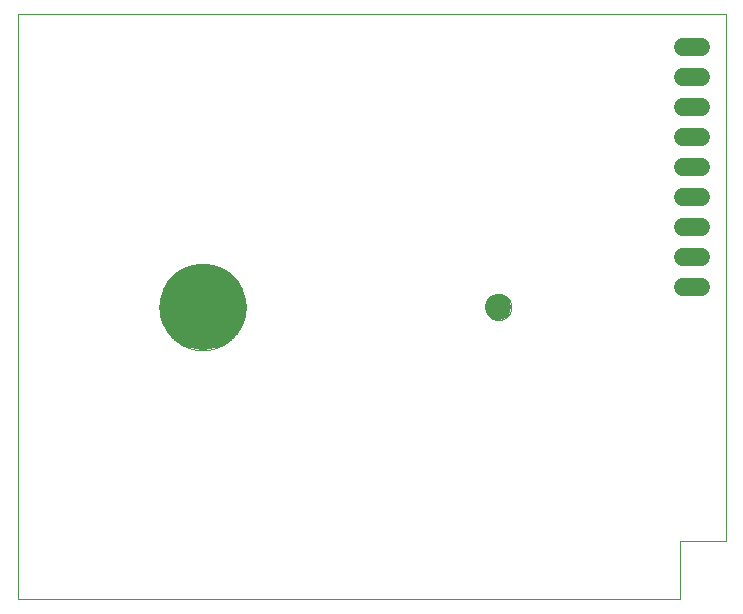
<source format=gbs>
G75*
%MOIN*%
%OFA0B0*%
%FSLAX25Y25*%
%IPPOS*%
%LPD*%
%AMOC8*
5,1,8,0,0,1.08239X$1,22.5*
%
%ADD10C,0.00000*%
%ADD11C,0.28740*%
%ADD12C,0.08661*%
%ADD13C,0.06000*%
D10*
X0001000Y0001000D02*
X0001000Y0196000D01*
X0237000Y0196000D01*
X0237000Y0020500D01*
X0221900Y0020500D01*
X0221900Y0001000D01*
X0001000Y0001000D01*
X0048244Y0098441D02*
X0048248Y0098794D01*
X0048261Y0099146D01*
X0048283Y0099498D01*
X0048313Y0099850D01*
X0048352Y0100200D01*
X0048400Y0100550D01*
X0048456Y0100898D01*
X0048520Y0101244D01*
X0048593Y0101589D01*
X0048675Y0101933D01*
X0048765Y0102274D01*
X0048863Y0102612D01*
X0048969Y0102949D01*
X0049084Y0103282D01*
X0049207Y0103613D01*
X0049338Y0103940D01*
X0049477Y0104264D01*
X0049624Y0104585D01*
X0049778Y0104902D01*
X0049941Y0105215D01*
X0050111Y0105524D01*
X0050288Y0105829D01*
X0050473Y0106129D01*
X0050666Y0106425D01*
X0050865Y0106715D01*
X0051072Y0107001D01*
X0051285Y0107282D01*
X0051506Y0107557D01*
X0051733Y0107827D01*
X0051967Y0108091D01*
X0052207Y0108350D01*
X0052453Y0108602D01*
X0052705Y0108848D01*
X0052964Y0109088D01*
X0053228Y0109322D01*
X0053498Y0109549D01*
X0053773Y0109770D01*
X0054054Y0109983D01*
X0054340Y0110190D01*
X0054630Y0110389D01*
X0054926Y0110582D01*
X0055226Y0110767D01*
X0055531Y0110944D01*
X0055840Y0111114D01*
X0056153Y0111277D01*
X0056470Y0111431D01*
X0056791Y0111578D01*
X0057115Y0111717D01*
X0057442Y0111848D01*
X0057773Y0111971D01*
X0058106Y0112086D01*
X0058443Y0112192D01*
X0058781Y0112290D01*
X0059122Y0112380D01*
X0059466Y0112462D01*
X0059811Y0112535D01*
X0060157Y0112599D01*
X0060505Y0112655D01*
X0060855Y0112703D01*
X0061205Y0112742D01*
X0061557Y0112772D01*
X0061909Y0112794D01*
X0062261Y0112807D01*
X0062614Y0112811D01*
X0062967Y0112807D01*
X0063319Y0112794D01*
X0063671Y0112772D01*
X0064023Y0112742D01*
X0064373Y0112703D01*
X0064723Y0112655D01*
X0065071Y0112599D01*
X0065417Y0112535D01*
X0065762Y0112462D01*
X0066106Y0112380D01*
X0066447Y0112290D01*
X0066785Y0112192D01*
X0067122Y0112086D01*
X0067455Y0111971D01*
X0067786Y0111848D01*
X0068113Y0111717D01*
X0068437Y0111578D01*
X0068758Y0111431D01*
X0069075Y0111277D01*
X0069388Y0111114D01*
X0069697Y0110944D01*
X0070002Y0110767D01*
X0070302Y0110582D01*
X0070598Y0110389D01*
X0070888Y0110190D01*
X0071174Y0109983D01*
X0071455Y0109770D01*
X0071730Y0109549D01*
X0072000Y0109322D01*
X0072264Y0109088D01*
X0072523Y0108848D01*
X0072775Y0108602D01*
X0073021Y0108350D01*
X0073261Y0108091D01*
X0073495Y0107827D01*
X0073722Y0107557D01*
X0073943Y0107282D01*
X0074156Y0107001D01*
X0074363Y0106715D01*
X0074562Y0106425D01*
X0074755Y0106129D01*
X0074940Y0105829D01*
X0075117Y0105524D01*
X0075287Y0105215D01*
X0075450Y0104902D01*
X0075604Y0104585D01*
X0075751Y0104264D01*
X0075890Y0103940D01*
X0076021Y0103613D01*
X0076144Y0103282D01*
X0076259Y0102949D01*
X0076365Y0102612D01*
X0076463Y0102274D01*
X0076553Y0101933D01*
X0076635Y0101589D01*
X0076708Y0101244D01*
X0076772Y0100898D01*
X0076828Y0100550D01*
X0076876Y0100200D01*
X0076915Y0099850D01*
X0076945Y0099498D01*
X0076967Y0099146D01*
X0076980Y0098794D01*
X0076984Y0098441D01*
X0076980Y0098088D01*
X0076967Y0097736D01*
X0076945Y0097384D01*
X0076915Y0097032D01*
X0076876Y0096682D01*
X0076828Y0096332D01*
X0076772Y0095984D01*
X0076708Y0095638D01*
X0076635Y0095293D01*
X0076553Y0094949D01*
X0076463Y0094608D01*
X0076365Y0094270D01*
X0076259Y0093933D01*
X0076144Y0093600D01*
X0076021Y0093269D01*
X0075890Y0092942D01*
X0075751Y0092618D01*
X0075604Y0092297D01*
X0075450Y0091980D01*
X0075287Y0091667D01*
X0075117Y0091358D01*
X0074940Y0091053D01*
X0074755Y0090753D01*
X0074562Y0090457D01*
X0074363Y0090167D01*
X0074156Y0089881D01*
X0073943Y0089600D01*
X0073722Y0089325D01*
X0073495Y0089055D01*
X0073261Y0088791D01*
X0073021Y0088532D01*
X0072775Y0088280D01*
X0072523Y0088034D01*
X0072264Y0087794D01*
X0072000Y0087560D01*
X0071730Y0087333D01*
X0071455Y0087112D01*
X0071174Y0086899D01*
X0070888Y0086692D01*
X0070598Y0086493D01*
X0070302Y0086300D01*
X0070002Y0086115D01*
X0069697Y0085938D01*
X0069388Y0085768D01*
X0069075Y0085605D01*
X0068758Y0085451D01*
X0068437Y0085304D01*
X0068113Y0085165D01*
X0067786Y0085034D01*
X0067455Y0084911D01*
X0067122Y0084796D01*
X0066785Y0084690D01*
X0066447Y0084592D01*
X0066106Y0084502D01*
X0065762Y0084420D01*
X0065417Y0084347D01*
X0065071Y0084283D01*
X0064723Y0084227D01*
X0064373Y0084179D01*
X0064023Y0084140D01*
X0063671Y0084110D01*
X0063319Y0084088D01*
X0062967Y0084075D01*
X0062614Y0084071D01*
X0062261Y0084075D01*
X0061909Y0084088D01*
X0061557Y0084110D01*
X0061205Y0084140D01*
X0060855Y0084179D01*
X0060505Y0084227D01*
X0060157Y0084283D01*
X0059811Y0084347D01*
X0059466Y0084420D01*
X0059122Y0084502D01*
X0058781Y0084592D01*
X0058443Y0084690D01*
X0058106Y0084796D01*
X0057773Y0084911D01*
X0057442Y0085034D01*
X0057115Y0085165D01*
X0056791Y0085304D01*
X0056470Y0085451D01*
X0056153Y0085605D01*
X0055840Y0085768D01*
X0055531Y0085938D01*
X0055226Y0086115D01*
X0054926Y0086300D01*
X0054630Y0086493D01*
X0054340Y0086692D01*
X0054054Y0086899D01*
X0053773Y0087112D01*
X0053498Y0087333D01*
X0053228Y0087560D01*
X0052964Y0087794D01*
X0052705Y0088034D01*
X0052453Y0088280D01*
X0052207Y0088532D01*
X0051967Y0088791D01*
X0051733Y0089055D01*
X0051506Y0089325D01*
X0051285Y0089600D01*
X0051072Y0089881D01*
X0050865Y0090167D01*
X0050666Y0090457D01*
X0050473Y0090753D01*
X0050288Y0091053D01*
X0050111Y0091358D01*
X0049941Y0091667D01*
X0049778Y0091980D01*
X0049624Y0092297D01*
X0049477Y0092618D01*
X0049338Y0092942D01*
X0049207Y0093269D01*
X0049084Y0093600D01*
X0048969Y0093933D01*
X0048863Y0094270D01*
X0048765Y0094608D01*
X0048675Y0094949D01*
X0048593Y0095293D01*
X0048520Y0095638D01*
X0048456Y0095984D01*
X0048400Y0096332D01*
X0048352Y0096682D01*
X0048313Y0097032D01*
X0048283Y0097384D01*
X0048261Y0097736D01*
X0048248Y0098088D01*
X0048244Y0098441D01*
X0156905Y0098441D02*
X0156907Y0098572D01*
X0156913Y0098704D01*
X0156923Y0098835D01*
X0156937Y0098966D01*
X0156955Y0099096D01*
X0156977Y0099225D01*
X0157002Y0099354D01*
X0157032Y0099482D01*
X0157066Y0099609D01*
X0157103Y0099736D01*
X0157144Y0099860D01*
X0157189Y0099984D01*
X0157238Y0100106D01*
X0157290Y0100227D01*
X0157346Y0100345D01*
X0157406Y0100463D01*
X0157469Y0100578D01*
X0157536Y0100691D01*
X0157606Y0100803D01*
X0157679Y0100912D01*
X0157755Y0101018D01*
X0157835Y0101123D01*
X0157918Y0101225D01*
X0158004Y0101324D01*
X0158093Y0101421D01*
X0158185Y0101515D01*
X0158280Y0101606D01*
X0158377Y0101695D01*
X0158477Y0101780D01*
X0158580Y0101862D01*
X0158685Y0101941D01*
X0158792Y0102017D01*
X0158902Y0102089D01*
X0159014Y0102158D01*
X0159128Y0102224D01*
X0159243Y0102286D01*
X0159361Y0102345D01*
X0159480Y0102400D01*
X0159601Y0102452D01*
X0159724Y0102499D01*
X0159848Y0102543D01*
X0159973Y0102584D01*
X0160099Y0102620D01*
X0160227Y0102653D01*
X0160355Y0102681D01*
X0160484Y0102706D01*
X0160614Y0102727D01*
X0160744Y0102744D01*
X0160875Y0102757D01*
X0161006Y0102766D01*
X0161137Y0102771D01*
X0161269Y0102772D01*
X0161400Y0102769D01*
X0161532Y0102762D01*
X0161663Y0102751D01*
X0161793Y0102736D01*
X0161923Y0102717D01*
X0162053Y0102694D01*
X0162181Y0102668D01*
X0162309Y0102637D01*
X0162436Y0102602D01*
X0162562Y0102564D01*
X0162686Y0102522D01*
X0162810Y0102476D01*
X0162931Y0102426D01*
X0163051Y0102373D01*
X0163170Y0102316D01*
X0163287Y0102256D01*
X0163401Y0102192D01*
X0163514Y0102124D01*
X0163625Y0102053D01*
X0163734Y0101979D01*
X0163840Y0101902D01*
X0163944Y0101821D01*
X0164045Y0101738D01*
X0164144Y0101651D01*
X0164240Y0101561D01*
X0164333Y0101468D01*
X0164424Y0101373D01*
X0164511Y0101275D01*
X0164596Y0101174D01*
X0164677Y0101071D01*
X0164755Y0100965D01*
X0164830Y0100857D01*
X0164902Y0100747D01*
X0164970Y0100635D01*
X0165035Y0100521D01*
X0165096Y0100404D01*
X0165154Y0100286D01*
X0165208Y0100166D01*
X0165259Y0100045D01*
X0165306Y0099922D01*
X0165349Y0099798D01*
X0165388Y0099673D01*
X0165424Y0099546D01*
X0165455Y0099418D01*
X0165483Y0099290D01*
X0165507Y0099161D01*
X0165527Y0099031D01*
X0165543Y0098900D01*
X0165555Y0098769D01*
X0165563Y0098638D01*
X0165567Y0098507D01*
X0165567Y0098375D01*
X0165563Y0098244D01*
X0165555Y0098113D01*
X0165543Y0097982D01*
X0165527Y0097851D01*
X0165507Y0097721D01*
X0165483Y0097592D01*
X0165455Y0097464D01*
X0165424Y0097336D01*
X0165388Y0097209D01*
X0165349Y0097084D01*
X0165306Y0096960D01*
X0165259Y0096837D01*
X0165208Y0096716D01*
X0165154Y0096596D01*
X0165096Y0096478D01*
X0165035Y0096361D01*
X0164970Y0096247D01*
X0164902Y0096135D01*
X0164830Y0096025D01*
X0164755Y0095917D01*
X0164677Y0095811D01*
X0164596Y0095708D01*
X0164511Y0095607D01*
X0164424Y0095509D01*
X0164333Y0095414D01*
X0164240Y0095321D01*
X0164144Y0095231D01*
X0164045Y0095144D01*
X0163944Y0095061D01*
X0163840Y0094980D01*
X0163734Y0094903D01*
X0163625Y0094829D01*
X0163514Y0094758D01*
X0163402Y0094690D01*
X0163287Y0094626D01*
X0163170Y0094566D01*
X0163051Y0094509D01*
X0162931Y0094456D01*
X0162810Y0094406D01*
X0162686Y0094360D01*
X0162562Y0094318D01*
X0162436Y0094280D01*
X0162309Y0094245D01*
X0162181Y0094214D01*
X0162053Y0094188D01*
X0161923Y0094165D01*
X0161793Y0094146D01*
X0161663Y0094131D01*
X0161532Y0094120D01*
X0161400Y0094113D01*
X0161269Y0094110D01*
X0161137Y0094111D01*
X0161006Y0094116D01*
X0160875Y0094125D01*
X0160744Y0094138D01*
X0160614Y0094155D01*
X0160484Y0094176D01*
X0160355Y0094201D01*
X0160227Y0094229D01*
X0160099Y0094262D01*
X0159973Y0094298D01*
X0159848Y0094339D01*
X0159724Y0094383D01*
X0159601Y0094430D01*
X0159480Y0094482D01*
X0159361Y0094537D01*
X0159243Y0094596D01*
X0159128Y0094658D01*
X0159014Y0094724D01*
X0158902Y0094793D01*
X0158792Y0094865D01*
X0158685Y0094941D01*
X0158580Y0095020D01*
X0158477Y0095102D01*
X0158377Y0095187D01*
X0158280Y0095276D01*
X0158185Y0095367D01*
X0158093Y0095461D01*
X0158004Y0095558D01*
X0157918Y0095657D01*
X0157835Y0095759D01*
X0157755Y0095864D01*
X0157679Y0095970D01*
X0157606Y0096079D01*
X0157536Y0096191D01*
X0157469Y0096304D01*
X0157406Y0096419D01*
X0157346Y0096537D01*
X0157290Y0096655D01*
X0157238Y0096776D01*
X0157189Y0096898D01*
X0157144Y0097022D01*
X0157103Y0097146D01*
X0157066Y0097273D01*
X0157032Y0097400D01*
X0157002Y0097528D01*
X0156977Y0097657D01*
X0156955Y0097786D01*
X0156937Y0097916D01*
X0156923Y0098047D01*
X0156913Y0098178D01*
X0156907Y0098310D01*
X0156905Y0098441D01*
D11*
X0062614Y0098441D03*
X0062614Y0098441D03*
D12*
X0161236Y0098441D03*
X0161236Y0098441D03*
D13*
X0222800Y0105000D02*
X0228800Y0105000D01*
X0228800Y0115000D02*
X0222800Y0115000D01*
X0222800Y0125000D02*
X0228800Y0125000D01*
X0228800Y0135000D02*
X0222800Y0135000D01*
X0222800Y0145000D02*
X0228800Y0145000D01*
X0228800Y0155000D02*
X0222800Y0155000D01*
X0222800Y0165000D02*
X0228800Y0165000D01*
X0228800Y0175000D02*
X0222800Y0175000D01*
X0222800Y0185000D02*
X0228800Y0185000D01*
M02*

</source>
